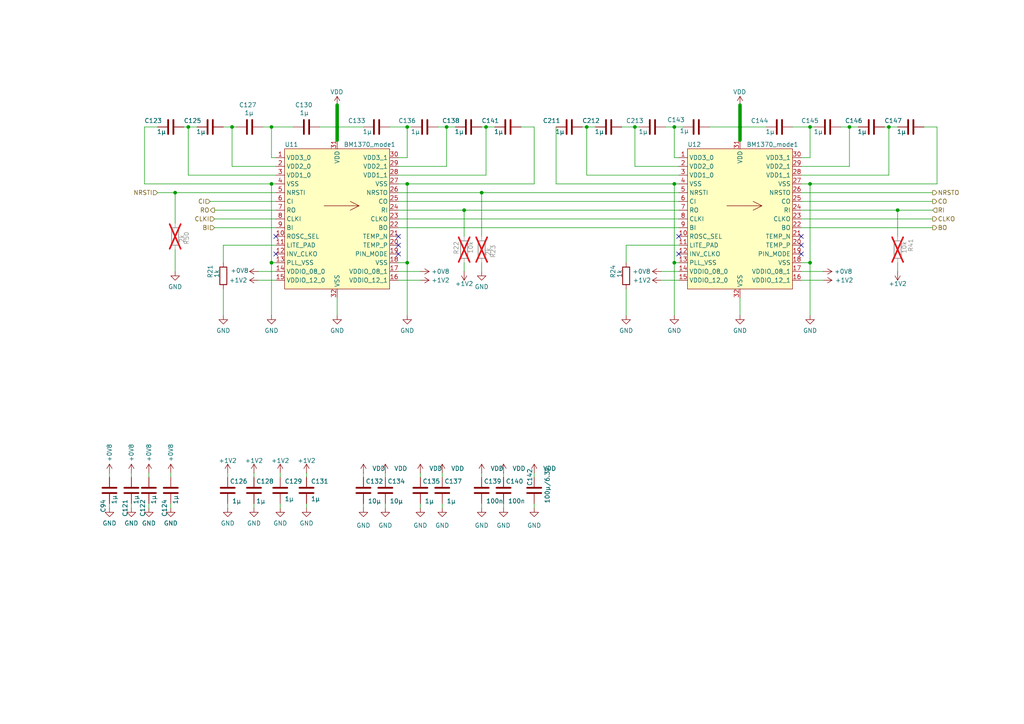
<source format=kicad_sch>
(kicad_sch (version 20231120) (generator "eeschema") (generator_version "8.0")
  (paper "A4")
  (lib_symbols
    (symbol "Device:C" (pin_numbers hide) (pin_names (offset 0.254))
      (property "Reference" "C" (at 0.635 2.54 0))
      (property "Value" "C" (at 0.635 -2.54 0))
      (symbol "C_0_1"
        (polyline (pts (xy -2.032 -0.762) (xy 2.032 -0.762)) (stroke (width 0.508)))
        (polyline (pts (xy -2.032 0.762) (xy 2.032 0.762)) (stroke (width 0.508)))
      )
      (symbol "C_1_1"
        (pin passive line (at 0 3.81 270) (length 2.794) (name "~") (number "1"))
        (pin passive line (at 0 -3.81 90) (length 2.794) (name "~") (number "2"))
      )
    )
    (symbol "Device:R" (pin_numbers hide) (pin_names (offset 0))
      (property "Reference" "R" (at 2.032 0 90))
      (property "Value" "R" (at 0 0 90))
      (symbol "R_0_1"
        (rectangle (start -1.016 -2.54) (end 1.016 2.54) (stroke (width 0.254)))
      )
      (symbol "R_1_1"
        (pin passive line (at 0 3.81 270) (length 1.27) (name "~") (number "1"))
        (pin passive line (at 0 -3.81 90) (length 1.27) (name "~") (number "2"))
      )
    )
    (symbol "GND_7" (power) (pin_names (offset 0))
      (property "Value" "GND_7" (at 0 -3.81 0))
      (symbol "GND_7_0_1"
        (polyline (pts (xy 0 0) (xy 0 -1.27) (xy 1.27 -1.27) (xy 0 -2.54) (xy -1.27 -1.27) (xy 0 -1.27)))
      )
      (symbol "GND_7_1_1"
        (pin power_in line (at 0 0 270) (length 0) hide (name "GND") (number "1"))
      )
    )
    (symbol "bitaxe:BM1370_mode1"
      (property "Reference" "U4" (at -15.24 21.59 0))
      (property "Value" "BM1370_mode1" (at 1.905 21.59 0))
      (symbol "BM1370_mode1_0_1"
        (rectangle (start -15.24 20.32) (end 15.24 -20.32) (fill (type background)))
        (polyline (pts (xy -3.81 3.81) (xy 6.35 3.81)))
        (polyline (pts (xy 3.81 2.54) (xy 6.35 3.81)))
        (polyline (pts (xy 3.81 5.08) (xy 6.35 3.81)))
      )
      (symbol "BM1370_mode1_1_1"
        (pin power_in line (at -17.78 17.78 0) (length 2.54) (name "VDD3_0") (number "1"))
        (pin unspecified line (at -17.78 -5.08 0) (length 2.54) (name "ROSC_SEL") (number "10"))
        (pin unspecified line (at -17.78 -7.62 0) (length 2.54) (name "LITE_PAD") (number "11"))
        (pin unspecified line (at -17.78 -10.16 0) (length 2.54) (name "INV_CLKO") (number "12"))
        (pin power_in line (at -17.78 -12.7 0) (length 2.54) (name "PLL_VSS") (number "13"))
        (pin power_in line (at -17.78 -15.24 0) (length 2.54) (name "VDDIO_08_0") (number "14"))
        (pin power_in line (at -17.78 -17.78 0) (length 2.54) (name "VDDIO_12_0") (number "15"))
        (pin power_in line (at 17.78 -17.78 180) (length 2.54) (name "VDDIO_12_1") (number "16"))
        (pin power_in line (at 17.78 -15.24 180) (length 2.54) (name "VDDIO_08_1") (number "17"))
        (pin power_in line (at 17.78 -12.7 180) (length 2.54) (name "VSS") (number "18"))
        (pin input line (at 17.78 -10.16 180) (length 2.54) (name "PIN_MODE") (number "19"))
        (pin power_in line (at -17.78 15.24 0) (length 2.54) (name "VDD2_0") (number "2"))
        (pin unspecified line (at 17.78 -7.62 180) (length 2.54) (name "TEMP_P") (number "20"))
        (pin unspecified line (at 17.78 -5.08 180) (length 2.54) (name "TEMP_N") (number "21"))
        (pin output line (at 17.78 -2.54 180) (length 2.54) (name "BO") (number "22"))
        (pin output line (at 17.78 0 180) (length 2.54) (name "CLKO") (number "23"))
        (pin input line (at 17.78 2.54 180) (length 2.54) (name "RI") (number "24"))
        (pin output line (at 17.78 5.08 180) (length 2.54) (name "CO") (number "25"))
        (pin output line (at 17.78 7.62 180) (length 2.54) (name "NRSTO") (number "26"))
        (pin power_in line (at 17.78 10.16 180) (length 2.54) (name "VSS") (number "27"))
        (pin power_in line (at 17.78 12.7 180) (length 2.54) (name "VDD1_1") (number "28"))
        (pin power_in line (at 17.78 15.24 180) (length 2.54) (name "VDD2_1") (number "29"))
        (pin power_in line (at -17.78 12.7 0) (length 2.54) (name "VDD1_0") (number "3"))
        (pin power_in line (at 17.78 17.78 180) (length 2.54) (name "VDD3_1") (number "30"))
        (pin power_in line (at 0 22.86 270) (length 2.54) (name "VDD") (number "31"))
        (pin power_in line (at 0 -22.86 90) (length 2.54) (name "VSS") (number "32"))
        (pin power_in line (at -17.78 10.16 0) (length 2.54) (name "VSS") (number "4"))
        (pin input line (at -17.78 7.62 0) (length 2.54) (name "NRSTI") (number "5"))
        (pin input line (at -17.78 5.08 0) (length 2.54) (name "CI") (number "6"))
        (pin output line (at -17.78 2.54 0) (length 2.54) (name "RO") (number "7"))
        (pin input line (at -17.78 0 0) (length 2.54) (name "CLKI") (number "8"))
        (pin input line (at -17.78 -2.54 0) (length 2.54) (name "BI") (number "9"))
      )
    )
    (symbol "mylib7:+0V8" (power) (exclude_from_sim yes) (in_bom no) (on_board no)
      (property "Value" "+0V8" (at 0 3.175 90))
      (symbol "+0V8_0_1"
        (polyline (pts (xy -0.762 1.27) (xy 0 2.54)))
        (polyline (pts (xy 0 0) (xy 0 2.54)))
        (polyline (pts (xy 0 2.54) (xy 0.762 1.27)))
      )
      (symbol "+0V8_1_1"
        (pin power_in line (at 0 0 90) (length 0) hide (name "+0V8") (number "1"))
      )
    )
    (symbol "power:+1V2" (power) (pin_numbers hide) (pin_names (offset 0) hide)
      (property "Value" "+1V2" (at 0 3.556 0))
      (symbol "+1V2_0_1"
        (polyline (pts (xy -0.762 1.27) (xy 0 2.54)))
        (polyline (pts (xy 0 0) (xy 0 2.54)))
        (polyline (pts (xy 0 2.54) (xy 0.762 1.27)))
      )
      (symbol "+1V2_1_1"
        (pin power_in line (at 0 0 90) (length 0) (name "~") (number "1"))
      )
    )
    (symbol "power:GND" (power) (pin_names (offset 0))
      (property "Value" "GND" (at 0 -3.81 0))
      (symbol "GND_0_1"
        (polyline (pts (xy 0 0) (xy 0 -1.27) (xy 1.27 -1.27) (xy 0 -2.54) (xy -1.27 -1.27) (xy 0 -1.27)))
      )
      (symbol "GND_1_1"
        (pin power_in line (at 0 0 270) (length 0) hide (name "GND") (number "1"))
      )
    )
    (symbol "power:VDD" (power) (pin_numbers hide) (pin_names (offset 0) hide)
      (property "Value" "VDD" (at 0 3.556 0))
      (symbol "VDD_0_1"
        (polyline (pts (xy -0.762 1.27) (xy 0 2.54)))
        (polyline (pts (xy 0 0) (xy 0 2.54)))
        (polyline (pts (xy 0 2.54) (xy 0.762 1.27)))
      )
      (symbol "VDD_1_1"
        (pin power_in line (at 0 0 90) (length 0) (name "~") (number "1"))
      )
    )
  )
  (junction (at 184.15 36.83))
  (junction (at 67.31 36.83))
  (junction (at 118.11 36.83))
  (junction (at 246.38 36.83))
  (junction (at 257.81 36.83))
  (junction (at 78.74 76.2))
  (junction (at 195.58 36.83))
  (junction (at 50.8 55.88))
  (junction (at 139.7 55.88))
  (junction (at 134.62 60.96))
  (junction (at 234.95 53.34))
  (junction (at 234.95 76.2))
  (junction (at 97.79 36.83))
  (junction (at 78.74 36.83))
  (junction (at 129.54 36.83))
  (junction (at 118.11 53.34))
  (junction (at 214.63 36.83))
  (junction (at 78.74 53.34))
  (junction (at 195.58 76.2))
  (junction (at 118.11 76.2))
  (junction (at 140.97 36.83))
  (junction (at 260.35 60.96))
  (junction (at 234.95 36.83))
  (junction (at 54.61 36.83))
  (junction (at 170.18 36.83))
  (junction (at 195.58 53.34))
  (no_connect (at 196.85 68.58))
  (no_connect (at 115.57 68.58))
  (no_connect (at 115.57 73.66))
  (no_connect (at 196.85 73.66))
  (no_connect (at 232.41 73.66))
  (no_connect (at 115.57 71.12))
  (no_connect (at 232.41 71.12))
  (no_connect (at 80.01 68.58))
  (no_connect (at 80.01 73.66))
  (no_connect (at 232.41 68.58))
  (wire (pts (xy 115.57 50.8) (xy 140.97 50.8)))
  (wire (pts (xy 139.7 146.05) (xy 139.7 147.32)))
  (wire (pts (xy 170.18 36.83) (xy 172.72 36.83)))
  (wire (pts (xy 260.35 60.96) (xy 260.35 68.58)))
  (wire (pts (xy 271.78 53.34) (xy 271.78 36.83)))
  (wire (pts (xy 196.85 53.34) (xy 195.58 53.34)))
  (wire (pts (xy 154.94 36.83) (xy 151.13 36.83)))
  (wire (pts (xy 234.95 53.34) (xy 234.95 76.2)))
  (wire (pts (xy 246.38 48.26) (xy 246.38 36.83)))
  (wire (pts (xy 74.93 81.28) (xy 80.01 81.28)))
  (wire (pts (xy 234.95 53.34) (xy 271.78 53.34)))
  (wire (pts (xy 181.61 71.12) (xy 196.85 71.12)))
  (wire (pts (xy 88.9 146.05) (xy 88.9 147.32)))
  (wire (pts (xy 121.92 146.05) (xy 121.92 147.32)))
  (wire (pts (xy 234.95 36.83) (xy 236.22 36.83)))
  (wire (pts (xy 191.77 81.28) (xy 196.85 81.28)))
  (wire (pts (xy 260.35 76.2) (xy 260.35 78.74)))
  (wire (pts (xy 232.41 53.34) (xy 234.95 53.34)))
  (wire (pts (xy 134.62 60.96) (xy 196.85 60.96)))
  (wire (pts (xy 198.12 36.83) (xy 195.58 36.83)))
  (wire (pts (xy 181.61 83.82) (xy 181.61 91.44)))
  (wire (pts (xy 195.58 76.2) (xy 195.58 91.44)))
  (wire (pts (xy 88.9 138.43) (xy 88.9 137.16)))
  (wire (pts (xy 97.79 86.36) (xy 97.79 91.44)))
  (wire (pts (xy 97.79 30.48) (xy 97.79 36.83)) (stroke (width 1)))
  (wire (pts (xy 161.29 53.34) (xy 195.58 53.34)))
  (wire (pts (xy 154.94 53.34) (xy 154.94 36.83)))
  (wire (pts (xy 139.7 36.83) (xy 140.97 36.83)))
  (wire (pts (xy 118.11 53.34) (xy 154.94 53.34)))
  (wire (pts (xy 118.11 76.2) (xy 118.11 91.44)))
  (wire (pts (xy 43.18 137.16) (xy 43.18 138.43)))
  (wire (pts (xy 78.74 76.2) (xy 78.74 91.44)))
  (wire (pts (xy 78.74 53.34) (xy 78.74 76.2)))
  (wire (pts (xy 78.74 53.34) (xy 41.91 53.34)))
  (wire (pts (xy 128.27 146.05) (xy 128.27 147.32)))
  (wire (pts (xy 49.53 137.16) (xy 49.53 138.43)))
  (wire (pts (xy 64.77 71.12) (xy 64.77 76.2)))
  (wire (pts (xy 67.31 36.83) (xy 68.58 36.83)))
  (wire (pts (xy 115.57 66.04) (xy 196.85 66.04)))
  (wire (pts (xy 128.27 137.16) (xy 128.27 138.43)))
  (wire (pts (xy 73.66 137.16) (xy 73.66 138.43)))
  (wire (pts (xy 134.62 60.96) (xy 134.62 68.58)))
  (wire (pts (xy 191.77 78.74) (xy 196.85 78.74)))
  (wire (pts (xy 97.79 36.83) (xy 97.79 40.64)))
  (wire (pts (xy 271.78 36.83) (xy 267.97 36.83)))
  (wire (pts (xy 113.03 36.83) (xy 118.11 36.83)))
  (wire (pts (xy 115.57 45.72) (xy 118.11 45.72)))
  (wire (pts (xy 234.95 45.72) (xy 234.95 36.83)))
  (wire (pts (xy 31.75 137.16) (xy 31.75 138.43)))
  (wire (pts (xy 41.91 53.34) (xy 41.91 36.83)))
  (wire (pts (xy 50.8 72.39) (xy 50.8 78.74)))
  (wire (pts (xy 111.76 146.05) (xy 111.76 147.32)))
  (wire (pts (xy 154.94 137.16) (xy 154.94 138.43)))
  (wire (pts (xy 170.18 50.8) (xy 196.85 50.8)))
  (wire (pts (xy 81.28 138.43) (xy 81.28 137.16)))
  (wire (pts (xy 129.54 48.26) (xy 129.54 36.83)))
  (wire (pts (xy 54.61 36.83) (xy 57.15 36.83)))
  (wire (pts (xy 115.57 78.74) (xy 121.92 78.74)))
  (wire (pts (xy 232.41 76.2) (xy 234.95 76.2)))
  (wire (pts (xy 78.74 36.83) (xy 85.09 36.83)))
  (wire (pts (xy 50.8 55.88) (xy 50.8 64.77)))
  (wire (pts (xy 31.75 146.05) (xy 31.75 147.32)))
  (wire (pts (xy 184.15 36.83) (xy 184.15 48.26)))
  (wire (pts (xy 64.77 71.12) (xy 80.01 71.12)))
  (wire (pts (xy 232.41 55.88) (xy 270.51 55.88)))
  (wire (pts (xy 270.51 63.5) (xy 232.41 63.5)))
  (wire (pts (xy 38.1 146.05) (xy 38.1 147.32)))
  (wire (pts (xy 54.61 50.8) (xy 80.01 50.8)))
  (wire (pts (xy 115.57 53.34) (xy 118.11 53.34)))
  (wire (pts (xy 54.61 50.8) (xy 54.61 36.83)))
  (wire (pts (xy 115.57 81.28) (xy 121.92 81.28)))
  (wire (pts (xy 38.1 137.16) (xy 38.1 138.43)))
  (wire (pts (xy 257.81 36.83) (xy 260.35 36.83)))
  (wire (pts (xy 181.61 71.12) (xy 181.61 76.2)))
  (wire (pts (xy 161.29 36.83) (xy 161.29 53.34)))
  (wire (pts (xy 195.58 76.2) (xy 196.85 76.2)))
  (wire (pts (xy 256.54 36.83) (xy 257.81 36.83)))
  (wire (pts (xy 232.41 81.28) (xy 238.76 81.28)))
  (wire (pts (xy 180.34 36.83) (xy 184.15 36.83)))
  (wire (pts (xy 232.41 66.04) (xy 270.51 66.04)))
  (wire (pts (xy 146.05 137.16) (xy 146.05 138.43)))
  (wire (pts (xy 64.77 83.82) (xy 64.77 91.44)))
  (wire (pts (xy 214.63 36.83) (xy 222.25 36.83)))
  (wire (pts (xy 170.18 36.83) (xy 170.18 50.8)))
  (wire (pts (xy 62.23 63.5) (xy 80.01 63.5)))
  (wire (pts (xy 195.58 45.72) (xy 196.85 45.72)))
  (wire (pts (xy 140.97 36.83) (xy 143.51 36.83)))
  (wire (pts (xy 41.91 36.83) (xy 45.72 36.83)))
  (wire (pts (xy 195.58 53.34) (xy 195.58 76.2)))
  (wire (pts (xy 115.57 58.42) (xy 196.85 58.42)))
  (wire (pts (xy 127 36.83) (xy 129.54 36.83)))
  (wire (pts (xy 232.41 48.26) (xy 246.38 48.26)))
  (wire (pts (xy 67.31 48.26) (xy 67.31 36.83)))
  (wire (pts (xy 115.57 48.26) (xy 129.54 48.26)))
  (wire (pts (xy 168.91 36.83) (xy 170.18 36.83)))
  (wire (pts (xy 115.57 60.96) (xy 134.62 60.96)))
  (wire (pts (xy 50.8 55.88) (xy 80.01 55.88)))
  (wire (pts (xy 78.74 45.72) (xy 80.01 45.72)))
  (wire (pts (xy 139.7 76.2) (xy 139.7 78.74)))
  (wire (pts (xy 74.93 78.74) (xy 80.01 78.74)))
  (wire (pts (xy 43.18 146.05) (xy 43.18 147.32)))
  (wire (pts (xy 232.41 45.72) (xy 234.95 45.72)))
  (wire (pts (xy 205.74 36.83) (xy 214.63 36.83)))
  (wire (pts (xy 111.76 137.16) (xy 111.76 138.43)))
  (wire (pts (xy 62.23 66.04) (xy 80.01 66.04)))
  (wire (pts (xy 118.11 36.83) (xy 119.38 36.83)))
  (wire (pts (xy 64.77 36.83) (xy 67.31 36.83)))
  (wire (pts (xy 214.63 86.36) (xy 214.63 91.44)))
  (wire (pts (xy 195.58 36.83) (xy 195.58 45.72)))
  (wire (pts (xy 67.31 48.26) (xy 80.01 48.26)))
  (wire (pts (xy 105.41 137.16) (xy 105.41 138.43)))
  (wire (pts (xy 232.41 78.74) (xy 238.76 78.74)))
  (wire (pts (xy 92.71 36.83) (xy 97.79 36.83)))
  (wire (pts (xy 115.57 63.5) (xy 196.85 63.5)))
  (wire (pts (xy 62.23 60.96) (xy 80.01 60.96)))
  (wire (pts (xy 105.41 146.05) (xy 105.41 147.32)))
  (wire (pts (xy 140.97 50.8) (xy 140.97 36.83)))
  (wire (pts (xy 229.87 36.83) (xy 234.95 36.83)))
  (wire (pts (xy 73.66 146.05) (xy 73.66 147.32)))
  (wire (pts (xy 243.84 36.83) (xy 246.38 36.83)))
  (wire (pts (xy 134.62 76.2) (xy 134.62 78.74)))
  (wire (pts (xy 214.63 30.48) (xy 214.63 36.83)) (stroke (width 1)))
  (wire (pts (xy 139.7 55.88) (xy 196.85 55.88)))
  (wire (pts (xy 234.95 76.2) (xy 234.95 91.44)))
  (wire (pts (xy 129.54 36.83) (xy 132.08 36.83)))
  (wire (pts (xy 53.34 36.83) (xy 54.61 36.83)))
  (wire (pts (xy 214.63 36.83) (xy 214.63 40.64)) (stroke (width 1)))
  (wire (pts (xy 49.53 146.05) (xy 49.53 147.32)))
  (wire (pts (xy 214.63 36.83) (xy 214.63 40.64)))
  (wire (pts (xy 139.7 55.88) (xy 139.7 68.58)))
  (wire (pts (xy 78.74 76.2) (xy 80.01 76.2)))
  (wire (pts (xy 118.11 45.72) (xy 118.11 36.83)))
  (wire (pts (xy 232.41 60.96) (xy 260.35 60.96)))
  (wire (pts (xy 270.51 58.42) (xy 232.41 58.42)))
  (wire (pts (xy 66.04 146.05) (xy 66.04 147.32)))
  (wire (pts (xy 115.57 55.88) (xy 139.7 55.88)))
  (wire (pts (xy 184.15 36.83) (xy 185.42 36.83)))
  (wire (pts (xy 81.28 146.05) (xy 81.28 147.32)))
  (wire (pts (xy 257.81 50.8) (xy 257.81 36.83)))
  (wire (pts (xy 60.96 58.42) (xy 80.01 58.42)))
  (wire (pts (xy 139.7 137.16) (xy 139.7 138.43)))
  (wire (pts (xy 76.2 36.83) (xy 78.74 36.83)))
  (wire (pts (xy 115.57 76.2) (xy 118.11 76.2)))
  (wire (pts (xy 193.04 36.83) (xy 195.58 36.83)))
  (wire (pts (xy 121.92 137.16) (xy 121.92 138.43)))
  (wire (pts (xy 146.05 146.05) (xy 146.05 147.32)))
  (wire (pts (xy 232.41 50.8) (xy 257.81 50.8)))
  (wire (pts (xy 118.11 53.34) (xy 118.11 76.2)))
  (wire (pts (xy 184.15 48.26) (xy 196.85 48.26)))
  (wire (pts (xy 246.38 36.83) (xy 248.92 36.83)))
  (wire (pts (xy 260.35 60.96) (xy 270.51 60.96)))
  (wire (pts (xy 97.79 36.83) (xy 105.41 36.83)))
  (wire (pts (xy 97.79 36.83) (xy 97.79 40.64)) (stroke (width 1)))
  (wire (pts (xy 66.04 137.16) (xy 66.04 138.43)))
  (wire (pts (xy 78.74 36.83) (xy 78.74 45.72)))
  (wire (pts (xy 80.01 53.34) (xy 78.74 53.34)))
  (wire (pts (xy 45.72 55.88) (xy 50.8 55.88)))
  (wire (pts (xy 154.94 146.05) (xy 154.94 147.32)))
  (hierarchical_label "RI" (shape input) (at 270.51 60.96 0))
  (hierarchical_label "NRSTO" (shape output) (at 270.51 55.88 0))
  (hierarchical_label "CLKO" (shape output) (at 270.51 63.5 0))
  (hierarchical_label "RO" (shape output) (at 62.23 60.96 180))
  (hierarchical_label "CLKI" (shape input) (at 62.23 63.5 180))
  (hierarchical_label "BO" (shape output) (at 270.51 66.04 0))
  (hierarchical_label "CO" (shape output) (at 270.51 58.42 0))
  (hierarchical_label "NRSTI" (shape input) (at 45.72 55.88 180))
  (hierarchical_label "BI" (shape input) (at 62.23 66.04 180))
  (hierarchical_label "CI" (shape input) (at 60.96 58.42 180))
  (symbol (lib_id "bitaxe:BM1370_mode1") (at 214.63 63.5 0) (unit 1)
    (property "Reference" "U12" (at 199.39 41.91 0) (effects (justify left)))
    (property "Value" "BM1370_mode1" (at 216.535 41.91 0) (effects (justify left)))
    (property "Footprint" "Nerd8:BM1370" (effects (hide yes)))
  )
  (symbol (lib_id "Device:C") (at 154.94 142.24 0) (unit 1)
    (property "Reference" "C142" (at 153.67 140.97 90) (effects (justify left)))
    (property "Value" "100µ/6.3V" (at 158.75 146.05 90) (effects (justify left)))
    (property "Footprint" "Capacitor_SMD:C_1210_3225Metric" (effects (hide yes)))
    (property "Distributor" "D" (effects (hide yes)))
    (property "Manufacturer" "C1210C107M8PAC7800" (effects (hide yes)))
    (property "OrderNr" "399-C1210C107M8PAC7800CT-ND" (effects (hide yes)))
  )
  (symbol (lib_id "Device:C") (at 88.9 142.24 0) (unit 1)
    (property "Reference" "C131" (at 90.17 140.335 0) (effects (justify left bottom)))
    (property "Value" "1µ" (at 90.17 145.415 0) (effects (justify left bottom)))
    (property "Footprint" "Capacitor_SMD:C_0805_2012Metric" (effects (hide yes)))
  )
  (symbol (lib_id "power:+1V2") (at 121.92 81.28 270) (unit 1)
    (property "Reference" "#PWR0253" (effects (hide yes)))
    (property "Value" "+1V2" (at 127.762 81.28 90))
    (property "Description" "Power symbol creates a global label with name \"+1V2\"" (effects (hide yes)))
  )
  (symbol (lib_id "Device:C") (at 139.7 142.24 0) (unit 1)
    (property "Reference" "C139" (at 140.335 140.335 0) (effects (justify left bottom)))
    (property "Value" "100n" (at 140.97 146.05 0) (effects (justify left bottom)))
    (property "Footprint" "Capacitor_SMD:C_0805_2012Metric" (effects (hide yes)))
  )
  (symbol (lib_id "power:GND") (at 38.1 147.32 0) (mirror y) (unit 1)
    (property "Reference" "#PWR0231" (effects (hide yes)))
    (property "Value" "GND" (at 38.1 151.765 0))
  )
  (symbol (lib_id "Device:C") (at 135.89 36.83 90) (unit 1)
    (property "Reference" "C138" (at 133.35 34.29 90) (effects (justify left bottom)))
    (property "Value" "1µ" (at 134.62 37.465 90) (effects (justify left bottom)))
    (property "Footprint" "Capacitor_SMD:C_0805_2012Metric" (effects (hide yes)))
  )
  (symbol (lib_id "Device:C") (at 43.18 142.24 180) (unit 1)
    (property "Reference" "C122" (at 40.64 144.78 90) (effects (justify left bottom)))
    (property "Value" "1µ" (at 43.815 143.51 90) (effects (justify left bottom)))
    (property "Footprint" "Capacitor_SMD:C_0805_2012Metric" (effects (hide yes)))
  )
  (symbol (lib_id "mylib7:+0V8") (at 43.18 137.16 0) (unit 1)
    (property "Reference" "#U020" (effects (hide yes)))
    (property "Value" "+0V8" (at 43.18 133.985 90) (effects (justify left)))
    (property "Distributor" "-" (effects (hide yes)))
  )
  (symbol (lib_id "power:VDD") (at 154.94 137.16 0) (unit 1)
    (property "Reference" "#PWR0265" (effects (hide yes)))
    (property "Value" "VDD" (at 157.48 135.8899 0) (effects (justify left)))
    (property "Description" "Power symbol creates a global label with name \"VDD\"" (effects (hide yes)))
  )
  (symbol (lib_id "power:+1V2") (at 238.76 81.28 270) (unit 1)
    (property "Reference" "#PWR0272" (effects (hide yes)))
    (property "Value" "+1V2" (at 244.856 81.28 90))
    (property "Description" "Power symbol creates a global label with name \"+1V2\"" (effects (hide yes)))
  )
  (symbol (lib_id "power:VDD") (at 97.79 30.48 0) (unit 1)
    (property "Reference" "#PWR0199" (effects (hide yes)))
    (property "Value" "VDD" (at 95.758 26.67 0) (effects (justify left)))
    (property "Description" "Power symbol creates a global label with name \"VDD\"" (effects (hide yes)))
  )
  (symbol (lib_id "power:GND") (at 97.79 91.44 0) (mirror y) (unit 1)
    (property "Reference" "#PWR0247" (effects (hide yes)))
    (property "Value" "GND" (at 97.79 95.885 0))
  )
  (symbol (lib_id "power:+1V2") (at 66.04 137.16 0) (unit 1)
    (property "Reference" "#PWR0236" (effects (hide yes)))
    (property "Value" "+1V2" (at 66.04 133.604 0))
    (property "Description" "Power symbol creates a global label with name \"+1V2\"" (effects (hide yes)))
  )
  (symbol (lib_id "Device:C") (at 128.27 142.24 0) (unit 1)
    (property "Reference" "C137" (at 128.905 140.335 0) (effects (justify left bottom)))
    (property "Value" "1µ" (at 129.54 146.05 0) (effects (justify left bottom)))
    (property "Footprint" "Capacitor_SMD:C_0805_2012Metric" (effects (hide yes)))
  )
  (symbol (lib_id "power:GND") (at 43.18 147.32 0) (mirror y) (unit 1)
    (property "Reference" "#PWR0232" (effects (hide yes)))
    (property "Value" "GND" (at 43.18 151.765 0))
  )
  (symbol (lib_id "power:+1V2") (at 73.66 137.16 0) (unit 1)
    (property "Reference" "#PWR0238" (effects (hide yes)))
    (property "Value" "+1V2" (at 73.66 133.604 0))
    (property "Description" "Power symbol creates a global label with name \"+1V2\"" (effects (hide yes)))
  )
  (symbol (lib_id "power:+1V2") (at 74.93 81.28 90) (unit 1)
    (property "Reference" "#PWR0240" (effects (hide yes)))
    (property "Value" "+1V2" (at 69.088 81.28 90))
    (property "Description" "Power symbol creates a global label with name \"+1V2\"" (effects (hide yes)))
  )
  (symbol (lib_id "Device:C") (at 201.93 36.83 90) (unit 1)
    (property "Reference" "C143" (at 198.628 34.036 90) (effects (justify left bottom)))
    (property "Value" "1µ" (at 199.898 37.211 90) (effects (justify left bottom)))
    (property "Footprint" "Capacitor_SMD:C_0805_2012Metric" (effects (hide yes)))
  )
  (symbol (lib_id "power:GND") (at 31.75 147.32 0) (mirror y) (unit 1)
    (property "Reference" "#PWR0219" (effects (hide yes)))
    (property "Value" "GND" (at 31.75 151.765 0))
  )
  (symbol (lib_id "Device:C") (at 38.1 142.24 180) (unit 1)
    (property "Reference" "C121" (at 35.56 144.78 90) (effects (justify left bottom)))
    (property "Value" "1µ" (at 38.735 143.51 90) (effects (justify left bottom)))
    (property "Footprint" "Capacitor_SMD:C_0805_2012Metric" (effects (hide yes)))
  )
  (symbol (lib_id "power:GND") (at 181.61 91.44 0) (mirror y) (unit 1)
    (property "Reference" "#PWR0262" (effects (hide yes)))
    (property "Value" "GND" (at 181.61 95.885 0))
  )
  (symbol (lib_id "Device:C") (at 240.03 36.83 90) (unit 1)
    (property "Reference" "C145" (at 237.49 34.29 90) (effects (justify left bottom)))
    (property "Value" "1µ" (at 238.76 37.465 90) (effects (justify left bottom)))
    (property "Footprint" "Capacitor_SMD:C_0805_2012Metric" (effects (hide yes)))
  )
  (symbol (lib_name "GND_7") (lib_id "power:GND") (at 105.41 147.32 0) (unit 1)
    (property "Reference" "#PWR0249" (effects (hide yes)))
    (property "Value" "GND" (at 105.41 152.4 0))
  )
  (symbol (lib_id "Device:C") (at 147.32 36.83 90) (unit 1)
    (property "Reference" "C141" (at 144.78 34.29 90) (effects (justify left bottom)))
    (property "Value" "1µ" (at 146.05 37.465 90) (effects (justify left bottom)))
    (property "Footprint" "Capacitor_SMD:C_0805_2012Metric" (effects (hide yes)))
  )
  (symbol (lib_id "Device:C") (at 31.75 142.24 180) (unit 1)
    (property "Reference" "C94" (at 29.21 144.78 90) (effects (justify left bottom)))
    (property "Value" "1µ" (at 32.385 143.51 90) (effects (justify left bottom)))
    (property "Footprint" "Capacitor_SMD:C_0805_2012Metric" (effects (hide yes)))
  )
  (symbol (lib_id "mylib7:+0V8") (at 191.77 78.74 90) (unit 1)
    (property "Reference" "#U024" (effects (hide yes)))
    (property "Value" "+0V8" (at 188.722 78.74 90) (effects (justify left)))
    (property "Distributor" "-" (effects (hide yes)))
  )
  (symbol (lib_id "Device:C") (at 226.06 36.83 90) (unit 1)
    (property "Reference" "C144" (at 222.885 34.29 90) (effects (justify left bottom)))
    (property "Value" "1µ" (at 224.79 37.465 90) (effects (justify left bottom)))
    (property "Footprint" "Capacitor_SMD:C_0805_2012Metric" (effects (hide yes)))
  )
  (symbol (lib_id "power:GND") (at 73.66 147.32 0) (mirror y) (unit 1)
    (property "Reference" "#PWR0239" (effects (hide yes)))
    (property "Value" "GND" (at 73.66 151.765 0))
  )
  (symbol (lib_id "Device:C") (at 49.53 36.83 90) (unit 1)
    (property "Reference" "C123" (at 46.99 34.29 90) (effects (justify left bottom)))
    (property "Value" "1µ" (at 48.26 37.465 90) (effects (justify left bottom)))
    (property "Footprint" "Capacitor_SMD:C_0805_2012Metric" (effects (hide yes)))
  )
  (symbol (lib_id "Device:C") (at 109.22 36.83 90) (unit 1)
    (property "Reference" "C133" (at 106.045 34.29 90) (effects (justify left bottom)))
    (property "Value" "1µ" (at 107.95 37.465 90) (effects (justify left bottom)))
    (property "Footprint" "Capacitor_SMD:C_0805_2012Metric" (effects (hide yes)))
  )
  (symbol (lib_id "power:GND") (at 118.11 91.44 0) (mirror y) (unit 1)
    (property "Reference" "#PWR0252" (effects (hide yes)))
    (property "Value" "GND" (at 118.11 95.885 0))
  )
  (symbol (lib_id "Device:C") (at 176.53 36.83 90) (unit 1)
    (property "Reference" "C212" (at 173.99 34.29 90) (effects (justify left bottom)))
    (property "Value" "1µ" (at 175.26 37.465 90) (effects (justify left bottom)))
    (property "Footprint" "Capacitor_SMD:C_0805_2012Metric" (effects (hide yes)))
  )
  (symbol (lib_id "Device:C") (at 81.28 142.24 0) (unit 1)
    (property "Reference" "C129" (at 82.55 140.335 0) (effects (justify left bottom)))
    (property "Value" "1µ" (at 82.55 145.415 0) (effects (justify left bottom)))
    (property "Footprint" "Capacitor_SMD:C_0805_2012Metric" (effects (hide yes)))
  )
  (symbol (lib_id "power:+1V2") (at 260.35 78.74 180) (unit 1)
    (property "Reference" "#PWR0273" (effects (hide yes)))
    (property "Value" "+1V2" (at 260.35 82.296 0))
    (property "Description" "Power symbol creates a global label with name \"+1V2\"" (effects (hide yes)))
  )
  (symbol (lib_id "power:GND") (at 66.04 147.32 0) (mirror y) (unit 1)
    (property "Reference" "#PWR0237" (effects (hide yes)))
    (property "Value" "GND" (at 66.04 151.765 0))
  )
  (symbol (lib_id "power:GND") (at 49.53 147.32 0) (mirror y) (unit 1)
    (property "Reference" "#PWR0233" (effects (hide yes)))
    (property "Value" "GND" (at 49.53 151.765 0))
  )
  (symbol (lib_id "mylib7:+0V8") (at 49.53 137.16 0) (unit 1)
    (property "Reference" "#U021" (effects (hide yes)))
    (property "Value" "+0V8" (at 49.53 133.985 90) (effects (justify left)))
    (property "Distributor" "-" (effects (hide yes)))
  )
  (symbol (lib_id "Device:C") (at 88.9 36.83 90) (unit 1)
    (property "Reference" "C130" (at 90.678 29.718 90) (effects (justify left bottom)))
    (property "Value" "1µ" (at 89.662 32.004 90) (effects (justify left bottom)))
    (property "Footprint" "Capacitor_SMD:C_0805_2012Metric" (effects (hide yes)))
  )
  (symbol (lib_id "power:+1V2") (at 88.9 137.16 0) (unit 1)
    (property "Reference" "#PWR0244" (effects (hide yes)))
    (property "Value" "+1V2" (at 88.9 133.604 0))
    (property "Description" "Power symbol creates a global label with name \"+1V2\"" (effects (hide yes)))
  )
  (symbol (lib_id "Device:C") (at 165.1 36.83 90) (unit 1)
    (property "Reference" "C211" (at 162.56 34.29 90) (effects (justify left bottom)))
    (property "Value" "1µ" (at 163.83 37.465 90) (effects (justify left bottom)))
    (property "Footprint" "Capacitor_SMD:C_0805_2012Metric" (effects (hide yes)))
  )
  (symbol (lib_id "power:GND") (at 195.58 91.44 0) (mirror y) (unit 1)
    (property "Reference" "#PWR0268" (effects (hide yes)))
    (property "Value" "GND" (at 195.58 95.885 0))
  )
  (symbol (lib_id "Device:C") (at 146.05 142.24 0) (unit 1)
    (property "Reference" "C140" (at 146.685 140.335 0) (effects (justify left bottom)))
    (property "Value" "100n" (at 147.32 146.05 0) (effects (justify left bottom)))
    (property "Footprint" "Capacitor_SMD:C_0805_2012Metric" (effects (hide yes)))
  )
  (symbol (lib_id "power:GND") (at 64.77 91.44 0) (mirror y) (unit 1)
    (property "Reference" "#PWR0234" (effects (hide yes)))
    (property "Value" "GND" (at 64.77 95.885 0))
  )
  (symbol (lib_id "mylib7:+0V8") (at 74.93 78.74 90) (unit 1)
    (property "Reference" "#U022" (effects (hide yes)))
    (property "Value" "+0V8" (at 72.136 78.486 90) (effects (justify left)))
    (property "Distributor" "-" (effects (hide yes)))
  )
  (symbol (lib_id "power:+1V2") (at 81.28 137.16 0) (unit 1)
    (property "Reference" "#PWR0242" (effects (hide yes)))
    (property "Value" "+1V2" (at 81.28 133.604 0))
    (property "Description" "Power symbol creates a global label with name \"+1V2\"" (effects (hide yes)))
  )
  (symbol (lib_id "Device:C") (at 60.96 36.83 90) (unit 1)
    (property "Reference" "C125" (at 58.42 34.29 90) (effects (justify left bottom)))
    (property "Value" "1µ" (at 59.69 37.465 90) (effects (justify left bottom)))
    (property "Footprint" "Capacitor_SMD:C_0805_2012Metric" (effects (hide yes)))
  )
  (symbol (lib_id "power:GND") (at 234.95 91.44 0) (mirror y) (unit 1)
    (property "Reference" "#PWR0271" (effects (hide yes)))
    (property "Value" "GND" (at 234.95 95.885 0))
  )
  (symbol (lib_id "power:VDD") (at 139.7 137.16 0) (unit 1)
    (property "Reference" "#PWR0260" (effects (hide yes)))
    (property "Value" "VDD" (at 142.24 135.8899 0) (effects (justify left)))
    (property "Description" "Power symbol creates a global label with name \"VDD\"" (effects (hide yes)))
  )
  (symbol (lib_name "GND_7") (lib_id "power:GND") (at 111.76 147.32 0) (unit 1)
    (property "Reference" "#PWR0251" (effects (hide yes)))
    (property "Value" "GND" (at 111.76 152.4 0))
  )
  (symbol (lib_id "power:+1V2") (at 191.77 81.28 90) (unit 1)
    (property "Reference" "#PWR0267" (effects (hide yes)))
    (property "Value" "+1V2" (at 186.182 81.28 90))
    (property "Description" "Power symbol creates a global label with name \"+1V2\"" (effects (hide yes)))
  )
  (symbol (lib_id "Device:C") (at 105.41 142.24 0) (unit 1)
    (property "Reference" "C132" (at 106.045 140.335 0) (effects (justify left bottom)))
    (property "Value" "10µ" (at 106.68 146.05 0) (effects (justify left bottom)))
    (property "Footprint" "Capacitor_SMD:C_0805_2012Metric" (effects (hide yes)))
    (property "Distributor" "D" (effects (hide yes)))
    (property "Manufacturer" "C2012X5R1E106K125AB" (effects (hide yes)))
    (property "OrderNr" "445-5984-1-ND" (effects (hide yes)))
  )
  (symbol (lib_id "Device:C") (at 111.76 142.24 0) (unit 1)
    (property "Reference" "C134" (at 112.395 140.335 0) (effects (justify left bottom)))
    (property "Value" "10µ" (at 113.03 146.05 0) (effects (justify left bottom)))
    (property "Footprint" "Capacitor_SMD:C_0805_2012Metric" (effects (hide yes)))
    (property "Distributor" "D" (effects (hide yes)))
    (property "Manufacturer" "C2012X5R1E106K125AB" (effects (hide yes)))
    (property "OrderNr" "445-5984-1-ND" (effects (hide yes)))
  )
  (symbol (lib_id "Device:C") (at 264.16 36.83 90) (unit 1)
    (property "Reference" "C147" (at 261.62 34.29 90) (effects (justify left bottom)))
    (property "Value" "1µ" (at 262.89 37.465 90) (effects (justify left bottom)))
    (property "Footprint" "Capacitor_SMD:C_0805_2012Metric" (effects (hide yes)))
  )
  (symbol (lib_id "Device:C") (at 72.39 36.83 90) (unit 1)
    (property "Reference" "C127" (at 74.422 29.718 90) (effects (justify left bottom)))
    (property "Value" "1µ" (at 73.66 32.004 90) (effects (justify left bottom)))
    (property "Footprint" "Capacitor_SMD:C_0805_2012Metric" (effects (hide yes)))
  )
  (symbol (lib_id "Device:R") (at 64.77 80.01 0) (mirror y) (unit 1)
    (property "Reference" "R21" (at 60.96 78.74 90))
    (property "Value" "1k" (at 62.865 79.375 90))
    (property "Footprint" "Resistor_SMD:R_0805_2012Metric" (effects (hide yes)))
  )
  (symbol (lib_id "power:GND") (at 154.94 147.32 0) (mirror y) (unit 1)
    (property "Reference" "#PWR0266" (effects (hide yes)))
    (property "Value" "GND" (at 154.94 152.4 0))
  )
  (symbol (lib_id "power:GND") (at 88.9 147.32 0) (mirror y) (unit 1)
    (property "Reference" "#PWR0245" (effects (hide yes)))
    (property "Value" "GND" (at 88.9 151.765 0))
  )
  (symbol (lib_id "power:GND") (at 78.74 91.44 0) (mirror y) (unit 1)
    (property "Reference" "#PWR0241" (effects (hide yes)))
    (property "Value" "GND" (at 78.74 95.885 0))
  )
  (symbol (lib_id "power:VDD") (at 146.05 137.16 0) (unit 1)
    (property "Reference" "#PWR0263" (effects (hide yes)))
    (property "Value" "VDD" (at 148.59 135.8899 0) (effects (justify left)))
    (property "Description" "Power symbol creates a global label with name \"VDD\"" (effects (hide yes)))
  )
  (symbol (lib_id "Device:R") (at 139.7 72.39 0) (mirror x) (unit 1) (dnp yes)
    (property "Reference" "R23" (at 143.002 72.898 90))
    (property "Value" "2k" (at 141.605 73.025 90))
    (property "Footprint" "Resistor_SMD:R_0805_2012Metric" (effects (hide yes)))
  )
  (symbol (lib_name "GND_7") (lib_id "power:GND") (at 139.7 147.32 0) (unit 1)
    (property "Reference" "#PWR0261" (effects (hide yes)))
    (property "Value" "GND" (at 139.7 152.4 0))
  )
  (symbol (lib_id "power:GND") (at 214.63 91.44 0) (mirror y) (unit 1)
    (property "Reference" "#PWR0270" (effects (hide yes)))
    (property "Value" "GND" (at 214.63 95.885 0))
  )
  (symbol (lib_name "GND_7") (lib_id "power:GND") (at 146.05 147.32 0) (unit 1)
    (property "Reference" "#PWR0264" (effects (hide yes)))
    (property "Value" "GND" (at 146.05 152.4 0))
  )
  (symbol (lib_name "GND_7") (lib_id "power:GND") (at 128.27 147.32 0) (unit 1)
    (property "Reference" "#PWR0257" (effects (hide yes)))
    (property "Value" "GND" (at 128.27 152.4 0))
  )
  (symbol (lib_id "Device:C") (at 66.04 142.24 0) (unit 1)
    (property "Reference" "C126" (at 66.675 140.335 0) (effects (justify left bottom)))
    (property "Value" "1µ" (at 67.31 146.05 0) (effects (justify left bottom)))
    (property "Footprint" "Capacitor_SMD:C_0805_2012Metric" (effects (hide yes)))
  )
  (symbol (lib_id "Device:R") (at 50.8 68.58 0) (mirror x) (unit 1) (dnp yes)
    (property "Reference" "R50" (at 54.102 69.088 90))
    (property "Value" "2k" (at 52.705 69.215 90))
    (property "Footprint" "Resistor_SMD:R_0805_2012Metric" (effects (hide yes)))
  )
  (symbol (lib_id "power:GND") (at 139.7 78.74 0) (mirror y) (unit 1)
    (property "Reference" "#PWR0259" (effects (hide yes)))
    (property "Value" "GND" (at 139.7 83.185 0))
  )
  (symbol (lib_id "Device:C") (at 121.92 142.24 0) (unit 1)
    (property "Reference" "C135" (at 122.555 140.335 0) (effects (justify left bottom)))
    (property "Value" "1µ" (at 123.19 146.05 0) (effects (justify left bottom)))
    (property "Footprint" "Capacitor_SMD:C_0805_2012Metric" (effects (hide yes)))
  )
  (symbol (lib_id "Device:C") (at 49.53 142.24 180) (unit 1)
    (property "Reference" "C124" (at 46.99 144.78 90) (effects (justify left bottom)))
    (property "Value" "1µ" (at 50.165 143.51 90) (effects (justify left bottom)))
    (property "Footprint" "Capacitor_SMD:C_0805_2012Metric" (effects (hide yes)))
  )
  (symbol (lib_id "power:VDD") (at 111.76 137.16 0) (unit 1)
    (property "Reference" "#PWR0250" (effects (hide yes)))
    (property "Value" "VDD" (at 114.3 135.8899 0) (effects (justify left)))
    (property "Description" "Power symbol creates a global label with name \"VDD\"" (effects (hide yes)))
  )
  (symbol (lib_id "Device:C") (at 73.66 142.24 0) (unit 1)
    (property "Reference" "C128" (at 74.295 140.335 0) (effects (justify left bottom)))
    (property "Value" "1µ" (at 74.295 146.05 0) (effects (justify left bottom)))
    (property "Footprint" "Capacitor_SMD:C_0805_2012Metric" (effects (hide yes)))
  )
  (symbol (lib_id "power:VDD") (at 214.63 30.48 0) (unit 1)
    (property "Reference" "#PWR0198" (effects (hide yes)))
    (property "Value" "VDD" (at 212.598 26.67 0) (effects (justify left)))
    (property "Description" "Power symbol creates a global label with name \"VDD\"" (effects (hide yes)))
  )
  (symbol (lib_id "Device:R") (at 260.35 72.39 0) (unit 1) (dnp yes)
    (property "Reference" "R41" (at 264.16 71.12 90))
    (property "Value" "10k" (at 262.255 71.755 90))
    (property "Footprint" "Resistor_SMD:R_0805_2012Metric" (effects (hide yes)))
  )
  (symbol (lib_id "mylib7:+0V8") (at 238.76 78.74 270) (unit 1)
    (property "Reference" "#U025" (effects (hide yes)))
    (property "Value" "+0V8" (at 241.935 78.74 90) (effects (justify left)))
    (property "Distributor" "-" (effects (hide yes)))
  )
  (symbol (lib_id "Device:C") (at 252.73 36.83 90) (unit 1)
    (property "Reference" "C146" (at 250.19 34.29 90) (effects (justify left bottom)))
    (property "Value" "1µ" (at 251.46 37.465 90) (effects (justify left bottom)))
    (property "Footprint" "Capacitor_SMD:C_0805_2012Metric" (effects (hide yes)))
  )
  (symbol (lib_id "Device:R") (at 134.62 72.39 0) (unit 1) (dnp yes)
    (property "Reference" "R22" (at 132.334 71.882 90))
    (property "Value" "10k" (at 136.525 71.755 90))
    (property "Footprint" "Resistor_SMD:R_0805_2012Metric" (effects (hide yes)))
  )
  (symbol (lib_id "power:+1V2") (at 134.62 78.74 180) (unit 1)
    (property "Reference" "#PWR0258" (effects (hide yes)))
    (property "Value" "+1V2" (at 134.62 82.296 0))
    (property "Description" "Power symbol creates a global label with name \"+1V2\"" (effects (hide yes)))
  )
  (symbol (lib_id "Device:C") (at 123.19 36.83 90) (unit 1)
    (property "Reference" "C136" (at 120.65 34.29 90) (effects (justify left bottom)))
    (property "Value" "1µ" (at 121.92 37.465 90) (effects (justify left bottom)))
    (property "Footprint" "Capacitor_SMD:C_0805_2012Metric" (effects (hide yes)))
  )
  (symbol (lib_id "power:GND") (at 50.8 78.74 0) (mirror y) (unit 1)
    (property "Reference" "#PWR0340" (effects (hide yes)))
    (property "Value" "GND" (at 50.8 83.185 0))
  )
  (symbol (lib_id "power:VDD") (at 128.27 137.16 0) (unit 1)
    (property "Reference" "#PWR0256" (effects (hide yes)))
    (property "Value" "VDD" (at 130.81 135.8899 0) (effects (justify left)))
    (property "Description" "Power symbol creates a global label with name \"VDD\"" (effects (hide yes)))
  )
  (symbol (lib_id "Device:R") (at 181.61 80.01 0) (mirror y) (unit 1)
    (property "Reference" "R24" (at 177.8 78.74 90))
    (property "Value" "1k" (at 179.705 79.375 90))
    (property "Footprint" "Resistor_SMD:R_0805_2012Metric" (effects (hide yes)))
  )
  (symbol (lib_id "mylib7:+0V8") (at 121.92 78.74 270) (unit 1)
    (property "Reference" "#U023" (effects (hide yes)))
    (property "Value" "+0V8" (at 125.095 78.74 90) (effects (justify left)))
    (property "Distributor" "-" (effects (hide yes)))
  )
  (symbol (lib_id "bitaxe:BM1370_mode1") (at 97.79 63.5 0) (unit 1)
    (property "Reference" "U11" (at 82.55 41.91 0) (effects (justify left)))
    (property "Value" "BM1370_mode1" (at 99.695 41.91 0) (effects (justify left)))
    (property "Footprint" "Nerd8:BM1370" (effects (hide yes)))
  )
  (symbol (lib_id "Device:C") (at 189.23 36.83 90) (unit 1)
    (property "Reference" "C213" (at 186.69 34.29 90) (effects (justify left bottom)))
    (property "Value" "1µ" (at 187.96 37.465 90) (effects (justify left bottom)))
    (property "Footprint" "Capacitor_SMD:C_0805_2012Metric" (effects (hide yes)))
  )
  (symbol (lib_name "GND_7") (lib_id "power:GND") (at 121.92 147.32 0) (unit 1)
    (property "Reference" "#PWR0255" (effects (hide yes)))
    (property "Value" "GND" (at 121.92 152.4 0))
  )
  (symbol (lib_id "power:VDD") (at 121.92 137.16 0) (unit 1)
    (property "Reference" "#PWR0254" (effects (hide yes)))
    (property "Value" "VDD" (at 124.46 135.8899 0) (effects (justify left)))
    (property "Description" "Power symbol creates a global label with name \"VDD\"" (effects (hide yes)))
  )
  (symbol (lib_id "power:VDD") (at 105.41 137.16 0) (unit 1)
    (property "Reference" "#PWR0248" (effects (hide yes)))
    (property "Value" "VDD" (at 107.95 135.8899 0) (effects (justify left)))
    (property "Description" "Power symbol creates a global label with name \"VDD\"" (effects (hide yes)))
  )
  (symbol (lib_id "mylib7:+0V8") (at 31.75 137.16 0) (unit 1)
    (property "Reference" "#U018" (effects (hide yes)))
    (property "Value" "+0V8" (at 31.75 133.985 90) (effects (justify left)))
    (property "Distributor" "-" (effects (hide yes)))
  )
  (symbol (lib_id "mylib7:+0V8") (at 38.1 137.16 0) (unit 1)
    (property "Reference" "#U019" (effects (hide yes)))
    (property "Value" "+0V8" (at 38.1 133.985 90) (effects (justify left)))
    (property "Distributor" "-" (effects (hide yes)))
  )
  (symbol (lib_id "power:GND") (at 81.28 147.32 0) (mirror y) (unit 1)
    (property "Reference" "#PWR0243" (effects (hide yes)))
    (property "Value" "GND" (at 81.28 151.765 0))
  )
)
</source>
